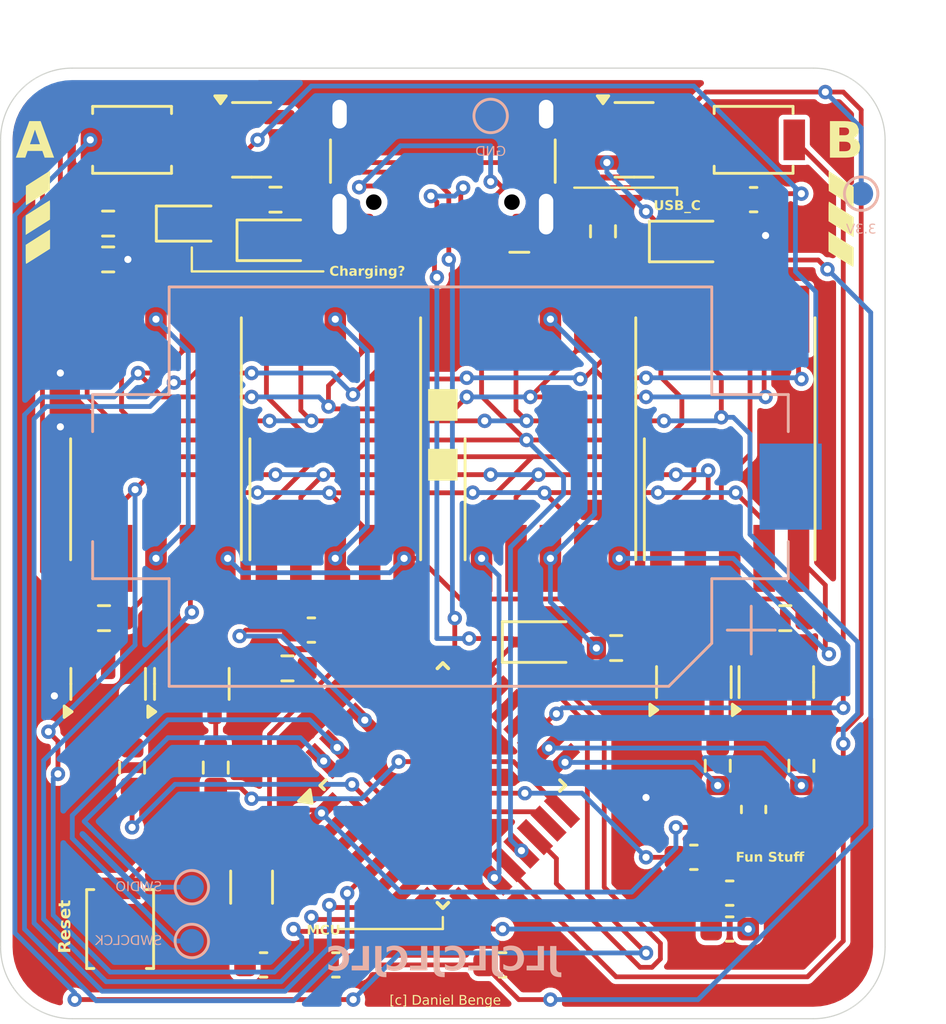
<source format=kicad_pcb>
(kicad_pcb (version 20240108) (generator "pcbnew") (generator_version "8.0")
  (layers (0 "F.Cu" signal) (31 "B.Cu" signal) (34 "B.Paste" user) (35 "F.Paste" user) (36 "B.SilkS" user "B.Silkscreen") (37 "F.SilkS" user "F.Silkscreen") (38 "B.Mask" user) (39 "F.Mask" user) (44 "Edge.Cuts" user))
  (net 0 "")
  (net 1 "Net-(BT1-+)")
  (net 2 "Net-(U7-VDDCORE)")
  (net 3 "+5V")
  (net 4 "TP_3.3V")
  (net 5 "Net-(U7-VDDIN)")
  (net 6 "Net-(U7-VDDANA)")
  (net 7 "A0")
  (net 8 "A1")
  (net 9 "D+")
  (net 10 "D-")
  (net 11 "Net-(D3-K)")
  (net 12 "Net-(D76-A)")
  (net 13 "Net-(J1-CC2)")
  (net 14 "Net-(J1-CC1)")
  (net 15 "Net-(Q1-B)")
  (net 16 "DIG1")
  (net 17 "DIG2")
  (net 18 "Net-(Q2-B)")
  (net 19 "Net-(Q3-B)")
  (net 20 "DIG3")
  (net 21 "DIG4")
  (net 22 "Net-(Q4-B)")
  (net 23 "Net-(U1-PROG)")
  (net 24 "Net-(U1-STAT)")
  (net 25 "A")
  (net 26 "SEL-D2")
  (net 27 "SEL-D3")
  (net 28 "SEL-D1")
  (net 29 "SEL-D4")
  (net 30 "B")
  (net 31 "C")
  (net 32 "D")
  (net 33 "E")
  (net 34 "F")
  (net 35 "G")
  (net 36 "DP")
  (net 37 "Btn2")
  (net 38 "Btn1")
  (net 44 "TP_SWDIO")
  (net 46 "TP_SWDCLK")
  (net 48 "Net-(Dig1-CA-Pad3)")
  (net 49 "Net-(Dig2-CA-Pad3)")
  (net 50 "Net-(Dig3-CA-Pad3)")
  (net 51 "Net-(Dig4-CA-Pad3)")
  (net 52 "GND")
  (net 53 "Net-(U7-~{RESET})")
  (footprint "Capacitor_SMD:C_0603_1608Metric" (layer "F.Cu") (at 189.5 116 180)
    (property "Reference" "C6")
    (property "Value" "1uF")
  )
  (footprint "Display_7Segment:KCSC02-105" (layer "F.Cu") (at 189.5 95.5 90)
    (property "Reference" "Dig4")
    (property "Value" "KCSA02-105")
  )
  (footprint "Crystal:Crystal_SMD_3215-2Pin_3.2x1.5mm" (layer "F.Cu") (at 169.5 114.25 90)
    (property "Reference" "Y2")
    (property "Value" "32768Hz")
  )
  (footprint "LOGO" (layer "F.Cu") (at 160.55 86.25)
    (property "Reference" "G1" (hide yes))
    (property "Value" "LOGO" (hide yes))
  )
  (footprint "Capacitor_SMD:C_0603_1608Metric" (layer "F.Cu") (at 172 103.5)
    (property "Reference" "C1")
    (property "Value" "1uF")
  )
  (footprint "Connector_USB:USB_C_Receptacle_HCTL_HC-TYPE-C-16P-01A" (layer "F.Cu") (at 177.5 83 180)
    (property "Reference" "J1")
    (property "Value" "USB_C_Receptacle_USB2.0_14P")
  )
  (footprint "Package_TO_SOT_SMD:SOT-23-5" (layer "F.Cu") (at 185.5 83)
    (property "Reference" "U3")
    (property "Value" "AP2112K-3.3")
  )
  (footprint "Capacitor_SMD:C_0603_1608Metric" (layer "F.Cu") (at 190.5 111 -90)
    (property "Reference" "C9")
    (property "Value" "10pF")
  )
  (footprint "LOGO" (layer "F.Cu") (at 194.15 86.3)
    (property "Reference" "graphic2" (hide yes))
    (property "Value" "LOGO" (hide yes))
  )
  (footprint "Resistor_SMD:R_0603_1608Metric" (layer "F.Cu") (at 164.5 109.25 90)
    (property "Reference" "R8")
    (property "Value" "1k")
  )
  (footprint "Resistor_SMD:R_0603_1608Metric" (layer "F.Cu") (at 168 109.25 90)
    (property "Reference" "R6")
    (property "Value" "1k")
  )
  (footprint "Resistor_SMD:R_0603_1608Metric" (layer "F.Cu") (at 163.325 103)
    (property "Reference" "R5")
    (property "Value" "150")
  )
  (footprint "Capacitor_SMD:C_0603_1608Metric" (layer "F.Cu") (at 170 117.5)
    (property "Reference" "C10")
    (property "Value" "10pF")
  )
  (footprint "Package_QFP:TQFP-32_7x7mm_P0.8mm" (layer "F.Cu") (at 177.5 110 45)
    (property "Reference" "U7")
    (property "Value" "ATSAMD21E18A-A")
  )
  (footprint "Button_Switch_SMD:SW_SPST_B3U-1000P" (layer "F.Cu") (at 190.5 83)
    (property "Reference" "SW4")
    (property "Value" "SW_Push")
  )
  (footprint "Capacitor_SMD:C_0603_1608Metric" (layer "F.Cu") (at 189.5 114.5)
    (property "Reference" "C4")
    (property "Value" "4.7µF")
  )
  (footprint "Resistor_SMD:R_0603_1608Metric" (layer "F.Cu") (at 189 109.175 90)
    (property "Reference" "R7")
    (property "Value" "1k")
  )
  (footprint "Capacitor_SMD:C_0603_1608Metric" (layer "F.Cu") (at 188 113)
    (property "Reference" "C5")
    (property "Value" "1uF")
  )
  (footprint "Button_Switch_SMD:SW_SPST_B3U-1000P" (layer "F.Cu") (at 164 116 90)
    (property "Reference" "SW1")
    (property "Value" "SW_Push")
  )
  (footprint "Capacitor_SMD:C_0603_1608Metric" (layer "F.Cu") (at 173.025 117.5)
    (property "Reference" "C7")
    (property "Value" "1u")
  )
  (footprint "Package_TO_SOT_SMD:SOT-23" (layer "F.Cu") (at 188 105.675 90)
    (property "Reference" "Q3")
    (property "Value" "2N3904")
  )
  (footprint "Resistor_SMD:R_0603_1608Metric" (layer "F.Cu") (at 184.75 104.25 180)
    (property "Reference" "R11")
    (property "Value" "150")
  )
  (footprint "Display_7Segment:KCSC02-105" (layer "F.Cu") (at 165.5 95.5 90)
    (property "Reference" "Dig1")
    (property "Value" "KCSA02-105")
  )
  (footprint "Package_TO_SOT_SMD:SOT-23" (layer "F.Cu") (at 191.45 105.675 90)
    (property "Reference" "Q4")
    (property "Value" "2N3904")
  )
  (footprint "Resistor_SMD:R_0603_1608Metric" (layer "F.Cu") (at 170.5 85.5 180)
    (property "Reference" "R3")
    (property "Value" "5.1k")
  )
  (footprint "Diode_SMD:D_SOD-323" (layer "F.Cu") (at 187.75 87.25)
    (property "Reference" "D76")
    (property "Value" "D_Schottky_Small")
  )
  (footprint "Resistor_SMD:R_0603_1608Metric" (layer "F.Cu") (at 191.825 103)
    (property "Reference" "R12")
    (property "Value" "150")
  )
  (footprint "Package_TO_SOT_SMD:SOT-23" (layer "F.Cu") (at 167 105.75 90)
    (property "Reference" "Q2")
    (property "Value" "2N3904")
  )
  (footprint "Package_TO_SOT_SMD:SOT-23-5" (layer "F.Cu") (at 169.5 83)
    (property "Reference" "U1")
    (property "Value" "MCP73831-2-OT")
  )
  (footprint "Display_7Segment:KCSC02-105" (layer "F.Cu") (at 182 95.5 90)
    (property "Reference" "Dig3")
    (property "Value" "KCSA02-105")
  )
  (footprint "Button_Switch_SMD:SW_SPST_B3U-1000P" (layer "F.Cu") (at 164.5 83 180)
    (property "Reference" "SW3")
    (property "Value" "SW_Push")
  )
  (footprint "Resistor_SMD:R_0603_1608Metric" (layer "F.Cu") (at 192.5 109.175 90)
    (property "Reference" "R9")
    (property "Value" "1k")
  )
  (footprint "Resistor_SMD:R_0603_1608Metric" (layer "F.Cu") (at 163.5 88)
    (property "Reference" "R1")
    (property "Value" "27k")
  )
  (footprint "Diode_SMD:D_SOD-323" (layer "F.Cu") (at 181.6 104)
    (property "Reference" "D2")
    (property "Value" "D")
  )
  (footprint "Display_7Segment:KCSC02-105" (layer "F.Cu") (at 173 95.5 90)
    (property "Reference" "Dig2")
    (property "Value" "KCSA02-105")
  )
  (footprint "Resistor_SMD:R_0603_1608Metric" (layer "F.Cu") (at 163.5 86.5)
    (property "Reference" "R4")
    (property "Value" "220")
  )
  (footprint "Capacitor_SMD:C_0603_1608Metric" (layer "F.Cu") (at 180 117.5)
    (property "Reference" "C2")
    (property "Value" "4.7µF")
  )
  (footprint "Diode_SMD:D_SOD-323" (layer "F.Cu") (at 170.5 87.2)
    (property "Reference" "D1")
    (property "Value" "D")
  )
  (footprint "Capacitor_SMD:C_0603_1608Metric" (layer "F.Cu") (at 190.5 85.5)
    (property "Reference" "C8")
    (property "Value" "4.7u")
  )
  (footprint "LED_SMD:LED_0603_1608Metric" (layer "F.Cu") (at 167 86.5)
    (property "Reference" "D3")
    (property "Value" "LED")
  )
  (footprint "Resistor_SMD:R_0603_1608Metric" (layer "F.Cu") (at 171 105.1)
    (property "Reference" "R10")
    (property "Value" "150")
  )
  (footprint "Resistor_SMD:R_0603_1608Metric" (layer "F.Cu") (at 184.2 86.825 90)
    (property "Reference" "R2")
    (property "Value" "5.1k")
  )
  (footprint "Package_TO_SOT_SMD:SOT-23" (layer "F.Cu") (at 163.5 105.75 90)
    (property "Reference" "Q1")
    (property "Value" "2N3904")
  )
  (footprint "TestPoint:TestPoint_Pad_D1.0mm" (layer "B.Cu") (at 195 85.25 180)
    (property "Reference" "TP1")
    (property "Value" "TestPoint")
  )
  (footprint "Battery:BatteryHolder_Keystone_1060_1x2032" (layer "B.Cu") (at 177.4 97.5 180)
    (property "Reference" "BT1")
    (property "Value" "Battery_Cell")
  )
  (footprint "TestPoint:TestPoint_Pad_D1.0mm" (layer "B.Cu") (at 167 116.5 180)
    (property "Reference" "TP4")
    (property "Value" "TestPoint")
  )
  (footprint "TestPoint:TestPoint_Pad_D1.0mm" (layer "B.Cu") (at 179.5 82 180)
    (property "Reference" "TP2")
    (property "Value" "TestPoint")
  )
  (footprint "TestPoint:TestPoint_Pad_D1.0mm" (layer "B.Cu") (at 167 114.25 180)
    (property "Reference" "TP3")
    (property "Value" "TestPoint")
  )
  (gr_line (start 183 85) (end 187.3 85) (stroke (width 0.1)) (layer "F.SilkS"))
  (gr_line (start 167 88.5) (end 172.5 88.5) (stroke (width 0.1)) (layer "F.SilkS"))
  (gr_line (start 187.3 85) (end 187.3 85.3) (stroke (width 0.1)) (layer "F.SilkS"))
  (gr_line (start 177.5 116) (end 173.2 116) (stroke (width 0.1)) (layer "F.SilkS"))
  (gr_line (start 167 87.5) (end 167 88.5) (stroke (width 0.1)) (layer "F.SilkS"))
  (gr_line (start 177.5 115.5) (end 177.5 116) (stroke (width 0.1)) (layer "F.SilkS"))
  (gr_line (start 193 80) (end 162 80) (stroke (width 0.05)) (layer "Edge.Cuts"))
  (gr_arc (start 193 80) (mid 195.12132 80.87868) (end 196 83) (stroke (width 0.05)) (layer "Edge.Cuts"))
  (gr_line (start 196 116.75) (end 196 83) (stroke (width 0.05)) (layer "Edge.Cuts"))
  (gr_arc (start 162 119.75) (mid 159.87868 118.87132) (end 159 116.75) (stroke (width 0.05)) (layer "Edge.Cuts"))
  (gr_arc (start 159 83) (mid 159.87868 80.87868) (end 162 80) (stroke (width 0.05)) (layer "Edge.Cuts"))
  (gr_line (start 162 119.75) (end 193 119.75) (stroke (width 0.05)) (layer "Edge.Cuts"))
  (gr_line (start 159 83) (end 159 116.75) (stroke (width 0.05)) (layer "Edge.Cuts"))
  (gr_arc (start 196 116.75) (mid 195.12132 118.87132) (end 193 119.75) (stroke (width 0.05)) (layer "Edge.Cuts"))
  (gr_text "JLCJLCJLCJLC" (at 177.5 117.9 0) (layer "B.SilkS") (effects (font (size 1 1) (thickness 0.1)) (justify bottom mirror)))
  (gr_text "GND" (at 179.5 83.5 0) (layer "B.SilkS") (effects (font (size 0.4 0.4) (thickness 0.1)) (justify mirror)))
  (gr_text "3.3V" (at 195 86.75 0) (layer "B.SilkS") (effects (font (size 0.4 0.4) (thickness 0.1)) (justify mirror)))
  (gr_text "SWDIO" (at 165.75 114.25 0) (layer "B.SilkS") (effects (font (size 0.4 0.4) (thickness 0.1)) (justify left mirror)))
  (gr_text "SWDCLCK\n" (at 165.75 116.5 0) (layer "B.SilkS") (effects (font (size 0.4 0.4) (thickness 0.1)) (justify left mirror)))
  (gr_text "A" (at 161.25 84 0) (layer "F.SilkS") (effects (font (size 1.5 1.5) (thickness 0.3) (bold yes)) (justify left bottom mirror)))
  (gr_text "MCU" (at 171.8 116.3 0) (layer "F.SilkS") (effects (font (size 0.4 0.4) (thickness 0.1) (bold yes)) (justify left bottom)))
  (gr_text ":" (at 177.5 98.1 0) (layer "F.SilkS") (effects (font (size 5 5) (thickness 0.2) (bold yes)) (justify bottom)))
  (gr_text "Reset" (at 162 115.9 90) (layer "F.SilkS") (effects (font (size 0.5 0.5) (thickness 0.1125) (bold yes)) (justify bottom)))
  (gr_text "Charging?" (at 172.75 88.75 0) (layer "F.SilkS") (effects (font (size 0.4 0.4) (thickness 0.08) (bold yes)) (justify left bottom)))
  (gr_text "Fun Stuff" (at 189.75 113.25 0) (layer "F.SilkS") (effects (font (size 0.4 0.4) (thickness 0.1) (bold yes)) (justify left bottom)))
  (gr_text "[c] Daniel Benge" (at 177.6 119 0) (layer "F.SilkS") (effects (font (size 0.4 0.4) (thickness 0.1))))
  (gr_text "B" (at 193.5 84 0) (layer "F.SilkS") (effects (font (size 1.5 1.5) (thickness 0.3) (bold yes)) (justify left bottom)))
  (gr_text "USB_C" (at 187.3 86 0) (layer "F.SilkS") (effects (font (size 0.4 0.4) (thickness 0.08) (bold yes)) (justify bottom)))
  (segment (start 192.5 85.25) (end 191.525 85.25) (width 0.2) (layer "F.Cu") (net 1))
  (segment (start 168.3625 83.95) (end 168.8 83.95) (width 0.2) (layer "F.Cu") (net 1))
  (segment (start 191.525 85.25) (end 191.275 85.5) (width 0.2) (layer "F.Cu") (net 1))
  (segment (start 168.8 83.95) (end 169.75 83) (width 0.2) (layer "F.Cu") (net 1))
  (via (at 169.75 83) (size 0.6) (drill 0.3) (layers "F.Cu" "B.Cu") (net 1))
  (via (at 192.5 85.25) (size 0.6) (drill 0.3) (layers "F.Cu" "B.Cu") (net 1))
  (segment (start 193.1 89.35) (end 193.1 96.45) (width 0.2) (layer "B.Cu") (net 1))
  (segment (start 191 83.75) (end 192.25 85) (width 0.2) (layer "B.Cu") (net 1))
  (segment (start 191 83.75) (end 192.5 85.25) (width 0.2) (layer "B.Cu") (net 1))
  (segment (start 192.25 88.5) (end 193.1 89.35) (width 0.2) (layer "B.Cu") (net 1))
  (segment (start 188 80.75) (end 191 83.75) (width 0.2) (layer "B.Cu") (net 1))
  (segment (start 169.75 83) (end 172 80.75) (width 0.2) (layer "B.Cu") (net 1))
  (segment (start 193.1 96.45) (end 192.05 97.5) (width 0.2) (layer "B.Cu") (net 1))
  (segment (start 172 80.75) (end 188 80.75) (width 0.2) (layer "B.Cu") (net 1))
  (segment (start 192.25 85) (end 192.25 88.5) (width 0.2) (layer "B.Cu") (net 1))
  (segment (start 169.25 103.5) (end 169 103.75) (width 0.2) (layer "F.Cu") (net 2))
  (segment (start 171.225 103.5) (end 169.25 103.5) (width 0.2) (layer "F.Cu") (net 2))
  (via (at 174.234835 107.265165) (size 0.6) (drill 0.3) (layers "F.Cu" "B.Cu") (net 2))
  (via (at 169 103.75) (size 0.6) (drill 0.3) (layers "F.Cu" "B.Cu") (net 2))
  (segment (start 174.25 107.25) (end 174.234835 107.265165) (width 0.2) (layer "B.Cu") (net 2))
  (segment (start 169 103.75) (end 170.75 103.75) (width 0.2) (layer "B.Cu") (net 2))
  (segment (start 170.75 103.75) (end 174.25 107.25) (width 0.2) (layer "B.Cu") (net 2))
  (segment (start 186.7 86.7) (end 186 86) (width 0.2) (layer "F.Cu") (net 3))
  (segment (start 185.3 83.95) (end 184.3625 83.95) (width 0.2) (layer "F.Cu") (net 3))
  (segment (start 193.589265 88.410735) (end 193.20353 88.025) (width 0.2) (layer "F.Cu") (net 3))
  (segment (start 184.3625 82.05) (end 185.024999 82.05) (width 0.2) (layer "F.Cu") (net 3))
  (segment (start 193.20353 88.025) (end 187.475 88.025) (width 0.2) (layer "F.Cu") (net 3))
  (segment (start 185.024999 82.05) (end 185.325 82.350001) (width 0.2) (layer "F.Cu") (net 3))
  (segment (start 186.7 87.25) (end 186.7 86.7) (width 0.2) (layer "F.Cu") (net 3))
  (segment (start 170.6375 83.95) (end 181.5 83.95) (width 0.2) (layer "F.Cu") (net 3))
  (segment (start 185.325 83.925) (end 185.3 83.95) (width 0.2) (layer "F.Cu") (net 3))
  (segment (start 182 118.95) (end 180.675 118.95) (width 0.2) (layer "F.Cu") (net 3))
  (segment (start 180.675 118.95) (end 179.225 117.5) (width 0.2) (layer "F.Cu") (net 3))
  (segment (start 185.325 82.350001) (end 185.325 83.925) (width 0.2) (layer "F.Cu") (net 3))
  (segment (start 187.475 88.025) (end 186.7 87.25) (width 0.2) (layer "F.Cu") (net 3))
  (segment (start 179.225 117.5) (end 173.8 117.5) (width 0.2) (layer "F.Cu") (net 3))
  (segment (start 181.5 83.95) (end 184.3625 83.95) (width 0.2) (layer "F.Cu") (net 3))
  (via (at 182 118.95) (size 0.6) (drill 0.3) (layers "F.Cu" "B.Cu") (net 3))
  (via (at 184.3625 83.95) (size 0.6) (drill 0.3) (layers "F.Cu" "B.Cu") (net 3))
  (via (at 193.589265 88.410735) (size 0.6) (drill 0.3) (layers "F.Cu" "B.Cu") (net 3))
  (via (at 186 86) (size 0.6) (drill 0.3) (layers "F.Cu" "B.Cu") (net 3))
  (segment (start 182 118.95) (end 188.173529 118.95) (width 0.2) (layer "B.Cu") (net 3))
  (segment (start 188.173529 118.95) (end 195.4 111.723529) (width 0.2) (layer "B.Cu") (net 3))
  (segment (start 184.3625 84.3625) (end 186 86) (width 0.2) (layer "B.Cu") (net 3))
  (segment (start 184.3625 83.95) (end 184.3625 84.3625) (width 0.2) (layer "B.Cu") (net 3))
  (segment (start 195.4 90.22147) (end 193.589265 88.410735) (width 0.2) (layer "B.Cu") (net 3))
  (segment (start 195.4 111.723529) (end 195.4 90.22147) (width 0.2) (layer "B.Cu") (net 3))
  (segment (start 188.5 81) (end 193.5 81) (width 0.2) (layer "F.Cu") (net 4))
  (segment (start 194.001471 107.65) (end 193.5 108.151471) (width 0.2) (layer "F.Cu") (net 4))
  (segment (start 193.5 110.187648) (end 190.687648 113) (width 0.2) (layer "F.Cu") (net 4))
  (segment (start 188.725 116) (end 188.725 114.5) (width 0.2) (layer "F.Cu") (net 4))
  (segment (start 195 107) (end 194.35 107.65) (width 0.2) (layer "F.Cu") (net 4))
  (segment (start 186.6375 82.05) (end 187.45 82.05) (width 0.2) (layer "F.Cu") (net 4))
  (segment (start 188.775 114.45) (end 188.725 114.5) (width 0.2) (layer "F.Cu") (net 4))
  (segment (start 195 81.75) (end 195 107) (width 0.2) (layer "F.Cu") (net 4))
  (segment (start 194.25 81) (end 195 81.75) (width 0.2) (layer "F.Cu") (net 4))
  (segment (start 193.5 108.151471) (end 193.5 110.187648) (width 0.2) (layer "F.Cu") (net 4))
  (segment (start 190.687648 113) (end 188.775 113) (width 0.2) (layer "F.Cu") (net 4))
  (segment (start 193.5 81) (end 194.25 81) (width 0.2) (layer "F.Cu") (net 4))
  (segment (start 194.35 107.65) (end 194.001471 107.65) (width 0.2) (layer "F.Cu") (net 4))
  (segment (start 188.775 113) (end 188.775 114.45) (width 0.2) (layer "F.Cu") (net 4))
  (segment (start 187.45 82.05) (end 188.5 81) (width 0.2) (layer "F.Cu") (net 4))
  (via (at 193.5 81) (size 0.6) (drill 0.3) (layers "F.Cu" "B.Cu") (net 4))
  (segment (start 195 85.25) (end 195 82.5) (width 0.2) (layer "B.Cu") (net 4))
  (segment (start 195 82.5) (end 193.5 81) (width 0.2) (layer "B.Cu") (net 4))
  (segment (start 174.819366 110.319366) (end 180.930634 110.319366) (width 0.2) (layer "F.Cu") (net 5))
  (segment (start 173.646268 108.161521) (end 174.300735 108.815988) (width 0.2) (layer "F.Cu") (net 5))
  (segment (start 174.300735 108.815988) (end 174.300735 109.800735) (width 0.2) (layer "F.Cu") (net 5))
  (segment (start 173.646268 107.843324) (end 173.646268 108.161521) (width 0.2) (layer "F.Cu") (net 5))
  (segment (start 186 113) (end 187.225 113) (width 0.2) (layer "F.Cu") (net 5))
  (segment (start 174.300735 109.800735) (end 174.819366 110.319366) (width 0.2) (layer "F.Cu") (net 5))
  (via (at 180.930634 110.319366) (size 0.6) (drill 0.3) (layers "F.Cu" "B.Cu") (net 5))
  (via (at 186 113) (size 0.6) (drill 0.3) (layers "F.Cu" "B.Cu") (net 5))
  (segment (start 180.930634 110.319366) (end 183.319366 110.319366) (width 0.2) (layer "B.Cu") (net 5))
  (segment (start 183.319366 110.319366) (end 186 113) (width 0.2) (layer "B.Cu") (net 5))
  (segment (start 178.525305 114.985103) (end 179.540202 116) (width 0.2) (layer "F.Cu") (net 6))
  (segment (start 179.540202 116) (end 180 116) (width 0.2) (layer "F.Cu") (net 6))
  (via (at 190.275 116) (size 0.6) (drill 0.3) (layers "F.Cu" "B.Cu") (net 6))
  (via (at 180 116) (size 0.6) (drill 0.3) (layers "F.Cu" "B.Cu") (net 6))
  (segment (start 180 116) (end 190.275 116) (width 0.2) (layer "B.Cu") (net 6))
  (segment (start 190.5 110.225) (end 188.975 111.75) (width 0.2) (layer "F.Cu") (net 7))
  (segment (start 171.474695 111.025305) (end 172.514897 111.025305) (width 0.2) (layer "F.Cu") (net 7))
  (segment (start 188.975 111.75) (end 187.25 111.75) (width 0.2) (layer "F.Cu") (net 7))
  (segment (start 169.5 113) (end 171.474695 111.025305) (width 0.2) (layer "F.Cu") (net 7))
  (via (at 187.25 111.75) (size 0.6) (drill 0.3) (layers "F.Cu" "B.Cu") (net 7))
  (via (at 172.424823 111.150734) (size 0.6) (drill 0.3) (layers "F.Cu" "B.Cu") (net 7))
  (segment (start 175.727821 114.453732) (end 172.424823 111.150734) (width 0.2) (layer "B.Cu") (net 7))
  (segment (start 185.394797 114.453732) (end 175.727821 114.453732) (width 0.2) (layer "B.Cu") (net 7))
  (segment (start 187.25 111.75) (end 187.25 112.598529) (width 0.2) (layer "B.Cu") (net 7))
  (segment (start 187.25 112.598529) (end 185.394797 114.453732) (width 0.2) (layer "B.Cu") (net 7))
  (segment (start 171.966978 112.704595) (end 173.080583 111.59099) (width 0.2) (layer "F.Cu") (net 8))
  (segment (start 169.5 115.5) (end 169.9 115.5) (width 0.2) (layer "F.Cu") (net 8))
  (segment (start 169.225 115.775) (end 169.225 117.5) (width 0.2) (layer "F.Cu") (net 8))
  (segment (start 169.5 115.5) (end 169.225 115.775) (width 0.2) (layer "F.Cu") (net 8))
  (segment (start 171.966978 113.433022) (end 171.966978 112.704595) (width 0.2) (layer "F.Cu") (net 8))
  (segment (start 169.9 115.5) (end 171.966978 113.433022) (width 0.2) (layer "F.Cu") (net 8))
  (segment (start 178 104.489592) (end 178.525305 105.014897) (width 0.2) (layer "F.Cu") (net 9))
  (segment (start 170.5 88.25) (end 176 88.25) (width 0.2) (layer "F.Cu") (net 9))
  (segment (start 178 103) (end 178 104.489592) (width 0.2) (layer "F.Cu") (net 9))
  (segment (start 176.4 85.65) (end 176.4 85.101471) (width 0.2) (layer "F.Cu") (net 9))
  (segment (start 176.751471 84.75) (end 177.248529 84.75) (width 0.2) (layer "F.Cu") (net 9))
  (segment (start 176.4 85.101471) (end 176.751471 84.75) (width 0.2) (layer "F.Cu") (net 9))
  (segment (start 177.248529 84.75) (end 177.75 85.251471) (width 0.2) (layer "F.Cu") (net 9))
  (segment (start 169.45 87.2) (end 170.5 88.25) (width 0.2) (layer "F.Cu") (net 9))
  (segment (start 176.75 87.5) (end 176.75 86.745) (width 0.2) (layer "F.Cu") (net 9))
  (segment (start 176.75 86.745) (end 176.75 86) (width 0.2) (layer "F.Cu") (net 9))
  (segment (start 176 88.25) (end 176.75 87.5) (width 0.2) (layer "F.Cu") (net 9))
  (segment (start 176.75 86) (end 176.4 85.65) (width 0.2) (layer "F.Cu") (net 9))
  (segment (start 177.75 88) (end 177.75 86.745) (width 0.2) (layer "F.Cu") (net 9))
  (segment (start 177.75 85.251471) (end 177.75 86.745) (width 0.2) (layer "F.Cu") (net 9))
  (via (at 177.75 88) (size 0.6) (drill 0.3) (layers "F.Cu" "B.Cu") (net 9))
  (via (at 178 103) (size 0.6) (drill 0.3) (layers "F.Cu" "B.Cu") (net 9))
  (segment (start 177.9 102.9) (end 177.9 88.15) (width 0.2) (layer "B.Cu") (net 9))
  (segment (start 178 103) (end 177.9 102.9) (width 0.2) (layer "B.Cu") (net 9))
  (segment (start 177.9 88.15) (end 177.75 88) (width 0.2) (layer "B.Cu") (net 9))
  (segment (start 177.25 85.6) (end 177 85.35) (width 0.2) (layer "F.Cu") (net 10))
  (segment (start 177.15 87.751471) (end 177.15 88.65) (width 0.2) (layer "F.Cu") (net 10))
  (segment (start 177.25 87.651471) (end 177.15 87.751471) (width 0.2) (layer "F.Cu") (net 10))
  (segment (start 178.25 85.1) (end 178.25 86.745) (width 0.2) (layer "F.Cu") (net 10))
  (segment (start 179.09099 105.45901) (end 179.09099 105.580583) (width 0.2) (layer "F.Cu") (net 10))
  (segment (start 177.15 88.65) (end 177.25 88.75) (width 0.2) (layer "F.Cu") (net 10))
  (segment (start 178.599999 103.852182) (end 180.402182 103.852182) (width 0.2) (layer "F.Cu") (net 10))
  (segment (start 177.25 86.745) (end 177.25 87.651471) (width 0.2) (layer "F.Cu") (net 10))
  (segment (start 177.25 86.745) (end 177.25 85.6) (width 0.2) (layer "F.Cu") (net 10))
  (segment (start 180.55 104) (end 179.09099 105.45901) (width 0.2) (layer "F.Cu") (net 10))
  (segment (start 180.402182 103.852182) (end 180.55 104) (width 0.2) (layer "F.Cu") (net 10))
  (segment (start 178.35 85) (end 178.25 85.1) (width 0.2) (layer "F.Cu") (net 10))
  (via (at 177.25 88.75) (size 0.6) (drill 0.3) (layers "F.Cu" "B.Cu") (net 10))
  (via (at 177 85.35) (size 0.6) (drill 0.3) (layers "F.Cu" "B.Cu") (net 10))
  (via (at 178.35 85) (size 0.6) (drill 0.3) (layers "F.Cu" "B.Cu") (net 10))
  (via (at 178.599999 103.852182) (size 0.6) (drill 0.3) (layers "F.Cu" "B.Cu") (net 10))
  (segment (start 177.25 103.852182) (end 177.25 88.75) (width 0.2) (layer "B.Cu") (net 10))
  (segment (start 177 85.35) (end 178 85.35) (width 0.2) (layer "B.Cu") (net 10))
  (segment (start 178.599999 103.852182) (end 177.25 103.852182) (width 0.2) (layer "B.Cu") (net 10))
  (segment (start 178 85.35) (end 178.35 85) (width 0.2) (layer "B.Cu") (net 10))
  (segment (start 166.2125 86.5) (end 164.325 86.5) (width 0.2) (layer "F.Cu") (net 11))
  (segment (start 174.047635 84.93) (end 173.99794 84.979695) (width 0.2) (layer "F.Cu") (net 12))
  (segment (start 179.715 86.56) (end 179.715 85.325406) (width 0.2) (layer "F.Cu") (net 12))
  (segment (start 175.1 86.745) (end 175.1 86.069594) (width 0.2) (layer "F.Cu") (net 12))
  (segment (start 180.285406 84.755) (end 182.755 84.755) (width 0.2) (layer "F.Cu") (net 12))
  (segment (start 179.75 84.75) (end 180.020203 85.020203) (width 0.2) (layer "F.Cu") (net 12))
  (segment (start 180.020203 85.020203) (end 180.285406 84.755) (width 0.2) (layer "F.Cu") (net 12))
  (segment (start 186.5375 85) (end 188.7875 87.25) (width 0.2) (layer "F.Cu") (net 12))
  (segment (start 179.715 85.325406) (end 180.020203 85.020203) (width 0.2) (layer "F.Cu") (net 12))
  (segment (start 179.9 86.745) (end 179.715 86.56) (width 0.2) (layer "F.Cu") (net 12))
  (segment (start 179.5 84.75) (end 179.75 84.75) (width 0.2) (layer "F.Cu") (net 12))
  (segment (start 175.285 85.325406) (end 174.889594 84.93) (width 0.2) (layer "F.Cu") (net 12))
  (segment (start 174.889594 84.93) (end 174.047635 84.93) (width 0.2) (layer "F.Cu") (net 12))
  (segment (start 183 85) (end 186.5375 85) (width 0.2) (layer "F.Cu") (net 12))
  (segment (start 175.1 86.069594) (end 175.285 85.884594) (width 0.2) (layer "F.Cu") (net 12))
  (segment (start 175.285 85.884594) (end 175.285 85.325406) (width 0.2) (layer "F.Cu") (net 12))
  (segment (start 188.7875 87.25) (end 188.8 87.25) (width 0.2) (layer "F.Cu") (net 12))
  (segment (start 182.755 84.755) (end 183 85) (width 0.2) (layer "F.Cu") (net 12))
  (via (at 179.5 84.75) (size 0.6) (drill 0.3) (layers "F.Cu" "B.Cu") (net 12))
  (via (at 173.99794 84.979695) (size 0.6) (drill 0.3) (layers "F.Cu" "B.Cu") (net 12))
  (segment (start 175.727635 83.25) (end 179.5 83.25) (width 0.2) (layer "B.Cu") (net 12))
  (segment (start 173.99794 84.979695) (end 175.727635 83.25) (width 0.2) (layer "B.Cu") (net 12))
  (segment (start 179.5 83.25) (end 179.5 84.75) (width 0.2) (layer "B.Cu") (net 12))
  (segment (start 172.475 84.35) (end 175.6 84.35) (width 0.2) (layer "F.Cu") (net 13))
  (segment (start 175.75 84.5) (end 175.75 86.745) (width 0.2) (layer "F.Cu") (net 13))
  (segment (start 171.325 85.5) (end 172.475 84.35) (width 0.2) (layer "F.Cu") (net 13))
  (segment (start 175.6 84.35) (end 175.75 84.5) (width 0.2) (layer "F.Cu") (net 13))
  (segment (start 178.75 86.745) (end 178.75 87.5) (width 0.2) (layer "F.Cu") (net 14))
  (segment (start 178.75 87.5) (end 179.5 88.25) (width 0.2) (layer "F.Cu") (net 14))
  (segment (start 179.5 88.25) (end 183 88.25) (width 0.2) (layer "F.Cu") (net 14))
  (segment (start 183 88.25) (end 183.6 87.65) (width 0.2) (layer "F.Cu") (net 14))
  (segment (start 183.6 87.65) (end 184.2 87.65) (width 0.2) (layer "F.Cu") (net 14))
  (segment (start 164.5 106.7375) (end 164.45 106.6875) (width 0.2) (layer "F.Cu") (net 15))
  (segment (start 164.5 108.425) (end 164.5 106.7375) (width 0.2) (layer "F.Cu") (net 15))
  (segment (start 163.5 104) (end 162.5 103) (width 0.2) (layer "F.Cu") (net 16))
  (segment (start 163.5 104.8125) (end 163.5 104) (width 0.2) (layer "F.Cu") (net 16))
  (segment (start 167 104.8125) (end 169.8875 104.8125) (width 0.2) (layer "F.Cu") (net 17))
  (segment (start 169.8875 104.8125) (end 170.175 105.1) (width 0.2) (layer "F.Cu") (net 17))
  (segment (start 168 108.425) (end 168 106.7375) (width 0.2) (layer "F.Cu") (net 18))
  (segment (start 168 106.7375) (end 167.95 106.6875) (width 0.2) (layer "F.Cu") (net 18))
  (segment (start 189 108.35) (end 189 106.6625) (width 0.2) (layer "F.Cu") (net 19))
  (segment (start 189 106.6625) (end 188.95 106.6125) (width 0.2) (layer "F.Cu") (net 19))
  (segment (start 188 104.7375) (end 187.5125 104.25) (width 0.2) (layer "F.Cu") (net 20))
  (segment (start 187.5125 104.25) (end 185.575 104.25) (width 0.2) (layer "F.Cu") (net 20))
  (segment (start 191 103) (end 191 104.2875) (width 0.2) (layer "F.Cu") (net 21))
  (segment (start 191 104.2875) (end 191.45 104.7375) (width 0.2) (layer "F.Cu") (net 21))
  (segment (start 192.5 106.7125) (end 192.4 106.6125) (width 0.2) (layer "F.Cu") (net 22))
  (segment (start 192.5 108.35) (end 192.5 106.7125) (width 0.2) (layer "F.Cu") (net 22))
  (segment (start 160.75 81.050047) (end 160.75 86.075) (width 0.2) (layer "F.Cu") (net 23))
  (segment (start 170.6375 82.05) (end 169.4375 80.85) (width 0.2) (layer "F.Cu") (net 23))
  (segment (start 160.950047 80.85) (end 160.75 81.050047) (width 0.2) (layer "F.Cu") (net 23))
  (segment (start 160.75 86.075) (end 162.675 88) (width 0.2) (layer "F.Cu") (net 23))
  (segment (start 169.4375 80.85) (end 160.950047 80.85) (width 0.2) (layer "F.Cu") (net 23))
  (segment (start 162.675 86.5) (end 161.5 85.325) (width 0.2) (layer "F.Cu") (net 24))
  (segment (start 161.5 81.25) (end 167.5625 81.25) (width 0.2) (layer "F.Cu") (net 24))
  (segment (start 161.5 85.325) (end 161.5 81.25) (width 0.2) (layer "F.Cu") (net 24))
  (segment (start 167.5625 81.25) (end 168.3625 82.05) (width 0.2) (layer "F.Cu") (net 24))
  (segment (start 172.715544 94.15) (end 172.815544 94.25) (width 0.2) (layer "F.Cu") (net 25))
  (segment (start 166.94 91.51) (end 166.94 90.5) (width 0.2) (layer "F.Cu") (net 25))
  (segment (start 173.5 114.5) (end 174.711953 113.288047) (width 0.2) (layer "F.Cu") (net 25))
  (segment (start 164.75 92.75) (end 165.75 93.75) (width 0.2) (layer "F.Cu") (net 25))
  (segment (start 181.16 93.75) (end 183.44 91.47) (width 0.2) (layer "F.Cu") (net 25))
  (segment (start 164.75 92.75) (end 165.7 92.75) (width 0.2) (layer "F.Cu") (net 25))
  (segment (start 178 94.25) (end 178.5 93.75) (width 0.2) (layer "F.Cu") (net 25))
  (segment (start 165.7 92.75) (end 166.94 91.51) (width 0.2) (layer "F.Cu") (net 25))
  (segment (start 174.44 91.56) (end 174.44 90.5) (width 0.2) (layer "F.Cu") (net 25))
  (segment (start 183.44 91.47) (end 183.44 90.5) (width 0.2) (layer "F.Cu") (net 25))
  (segment (start 190.94 93.69) (end 191 93.75) (width 0.2) (layer "F.Cu") (net 25))
  (segment (start 181.16 93.75) (end 186 93.75) (width 0.2) (layer "F.Cu") (net 25))
  (segment (start 172.715544 93.284456) (end 174.44 91.56) (width 0.2) (layer "F.Cu") (net 25))
  (segment (start 165.75 93.75) (end 169.5 93.75) (width 0.2) (layer "F.Cu") (net 25))
  (segment (start 174.711953 113.288047) (end 174.777639 113.288047) (width 0.2) (layer "F.Cu") (net 25))
  (segment (start 172.815544 94.25) (end 178 94.25) (width 0.2) (layer "F.Cu") (net 25))
  (segment (start 172.715544 94.15) (end 172.715544 93.284456) (width 0.2) (layer "F.Cu") (net 25))
  (segment (start 190.94 90.5) (end 190.94 93.69) (width 0.2) (layer "F.Cu") (net 25))
  (via (at 178.5 93.75) (size 0.6) (drill 0.3) (layers "F.Cu" "B.Cu") (net 25))
  (via (at 169.5 93.75) (size 0.6) (drill 0.3) (layers "F.Cu" "B.Cu") (net 25))
  (via (at 191 93.75) (size 0.6) (drill 0.3) (layers "F.Cu" "B.Cu") (net 25))
  (via (at 164.75 92.75) (size 0.6) (drill 0.3) (layers "F.Cu" "B.Cu") (net 25))
  (via (at 186 93.75) (size 0.6) (drill 0.3) (layers "F.Cu" "B.Cu") (net 25))
  (via (at 173.5 114.5) (size 0.6) (drill 0.3) (layers "F.Cu" "B.Cu") (net 25))
  (via (at 181.16 93.75) (size 0.6) (drill 0.3) (layers "F.Cu" "B.Cu") (net 25))
  (via (at 172.715544 94.15) (size 0.6) (drill 0.3) (layers "F.Cu" "B.Cu") (net 25))
  (segment (start 172.315544 93.75) (end 172.715544 94.15) (width 0.2) (layer "B.Cu") (net 25))
  (segment (start 163 119) (end 171.25 119) (width 0.2) (layer "B.Cu") (net 25))
  (segment (start 160.75 93.75) (end 160 94.5) (width 0.2) (layer "B.Cu") (net 25))
  (segment (start 160 94.5) (end 160 116) (width 0.2) (layer "B.Cu") (net 25))
  (segment (start 171.25 119) (end 173.5 116.75) (width 0.2) (layer "B.Cu") (net 25))
  (segment (start 178.5 93.75) (end 181.16 93.75) (width 0.2) (layer "B.Cu") (net 25))
  (segment (start 160 116) (end 163 119) (width 0.2) (layer "B.Cu") (net 25))
  (segment (start 163.75 93.75) (end 160.75 93.75) (width 0.2) (layer "B.Cu") (net 25))
  (segment (start 173.5 116.75) (end 173.5 114.5) (width 0.2) (layer "B.Cu") (net 25))
  (segment (start 186 93.75) (end 191 93.75) (width 0.2) (layer "B.Cu") (net 25))
  (segment (start 164.75 92.75) (end 163.75 93.75) (width 0.2) (layer "B.Cu") (net 25))
  (segment (start 169.5 93.75) (end 172.315544 93.75) (width 0.2) (layer "B.Cu") (net 25))
  (segment (start 168 110.075) (end 169.024265 110.075) (width 0.2) (layer "F.Cu") (net 26))
  (segment (start 169.024265 110.075) (end 169.5 110.550735) (width 0.2) (layer "F.Cu") (net 26))
  (segment (start 180.459797 108.999999) (end 182.485103 111.025305) (width 0.2) (layer "F.Cu") (net 26))
  (segment (start 175.651473 108.999999) (end 180.459797 108.999999) (width 0.2) (layer "F.Cu") (net 26))
  (via (at 169.5 110.550735) (size 0.6) (drill 0.3) (layers "F.Cu" "B.Cu") (net 26))
  (via (at 175.651473 108.999999) (size 0.6) (drill 0.3) (layers "F.Cu" "B.Cu") (net 26))
  (segment (start 175.651472 108.999999) (end 174.100736 110.550735) (width 0.2) (layer "B.Cu") (net 26))
  (segment (start 175.651473 108.999999) (end 175.651472 108.999999) (width 0.2) (layer "B.Cu") (net 26))
  (segment (start 174.100736 110.550735) (end 169.5 110.550735) (width 0.2) (layer "B.Cu") (net 26))
  (segment (start 182.485103 108.974695) (end 182.555071 108.974695) (width 0.2) (layer "F.Cu") (net 27))
  (segment (start 182.555071 108.974695) (end 182.612267 109.031891) (width 0.2) (layer "F.Cu") (net 27))
  (via (at 189 110) (size 0.6) (drill 0.3) (layers "F.Cu" "B.Cu") (net 27))
  (via (at 182.612267 109.031891) (size 0.6) (drill 0.3) (layers "F.Cu" "B.Cu") (net 27))
  (segment (start 182.612267 109.031891) (end 188.031891 109.031891) (width 0.2) (layer "B.Cu") (net 27))
  (segment (start 188.031891 109.031891) (end 189 110) (width 0.2) (layer "B.Cu") (net 27))
  (segment (start 181.919417 111.59099) (end 181.424963 111.096536) (width 0.2) (layer "F.Cu") (net 28))
  (segment (start 174.846536 111.096536) (end 173.700735 109.950735) (width 0.2) (layer "F.Cu") (net 28))
  (segment (start 181.424963 111.096536) (end 174.846536 111.096536) (width 0.2) (layer "F.Cu") (net 28))
  (segment (start 164.5 111.75) (end 164.5 110.075) (width 0.2) (layer "F.Cu") (net 28))
  (via (at 164.5 111.75) (size 0.6) (drill 0.3) (layers "F.Cu" "B.Cu") (net 28))
  (via (at 173.700735 109.950735) (size 0.6) (drill 0.3) (layers "F.Cu" "B.Cu") (net 28))
  (segment (start 166.299265 109.950735) (end 164.5 111.75) (width 0.2) (layer "B.Cu") (net 28))
  (segment (start 173.700735 109.950735) (end 166.299265 109.950735) (width 0.2) (layer "B.Cu") (net 28))
  (segment (start 181.919417 108.419417) (end 181.931891 108.431891) (width 0.2) (layer "F.Cu") (net 29))
  (segment (start 181.919417 108.40901) (end 181.919417 108.419417) (width 0.2) (layer "F.Cu") (net 29))
  (via (at 192.5 110) (size 0.6) (drill 0.3) (layers "F.Cu" "B.Cu") (net 29))
  (via (at 181.931891 108.431891) (size 0.6) (drill 0.3) (layers "F.Cu" "B.Cu") (net 29))
  (segment (start 181.931891 108.431891) (end 190.931891 108.431891) (width 0.2) (layer "B.Cu") (net 29))
  (segment (start 190.931891 108.431891) (end 192.5 110) (width 0.2) (layer "B.Cu") (net 29))
  (segment (start 166.25 93.15) (end 166.74 93.15) (width 0.2) (layer "F.Cu") (net 30))
  (segment (start 183.82 92.57) (end 184.88 91.51) (width 0.2) (layer "F.Cu") (net 30))
  (segment (start 192.38 92.88) (end 192.5 93) (width 0.2) (layer "F.Cu") (net 30))
  (segment (start 183.82 92.57) (end 184.199997 92.949997) (width 0.2) (layer "F.Cu") (net 30))
  (segment (start 173.74 93.65) (end 174.39 93) (width 0.2) (layer "F.Cu") (net 30))
  (segment (start 167.75 92.75) (end 169.5 92.75) (width 0.2) (layer "F.Cu") (net 30))
  (segment (start 168.38 91.51) (end 168.38 90.5) (width 0.2) (layer "F.Cu") (net 30))
  (segment (start 183.39 93) (end 183.82 92.57) (width 0.2) (layer "F.Cu") (net 30))
  (segment (start 172.85 115.1) (end 172.75 115) (width 0.2) (layer "F.Cu") (net 30))
  (segment (start 178.449997 93) (end 178.5 92.949997) (width 0.2) (layer "F.Cu") (net 30))
  (segment (start 167.445 92.445) (end 168.38 91.51) (width 0.2) (layer "F.Cu") (net 30))
  (segment (start 175.88 91.51) (end 175.88 90.5) (width 0.2) (layer "F.Cu") (net 30))
  (segment (start 173.74 93.65) (end 175.88 91.51) (width 0.2) (layer "F.Cu") (net 30))
  (segment (start 184.88 91.51) (end 184.88 90.5) (width 0.2) (layer "F.Cu") (net 30))
  (segment (start 192.38 90.5) (end 192.38 92.88) (width 0.2) (layer "F.Cu") (net 30))
  (segment (start 167.445 92.445) (end 167.75 92.75) (width 0.2) (layer "F.Cu") (net 30))
  (segment (start 175.343324 113.853732) (end 174.097056 115.1) (width 0.2) (layer "F.Cu") (net 30))
  (segment (start 184.199997 92.949997) (end 186 92.949997) (width 0.2) (layer "F.Cu") (net 30))
  (segment (start 166.74 93.15) (end 167.445 92.445) (width 0.2) (layer "F.Cu") (net 30))
  (segment (start 183.25 93) (end 183.39 93) (width 0.2) (layer "F.Cu") (net 30))
  (segment (start 174.39 93) (end 178.449997 93) (width 0.2) (layer "F.Cu") (net 30))
  (segment (start 174.097056 115.1) (end 172.85 115.1) (width 0.2) (layer "F.Cu") (net 30))
  (via (at 172.75 115) (size 0.6) (drill 0.3) (layers "F.Cu" "B.Cu") (net 30))
  (via (at 178.5 92.949997) (size 0.6) (drill 0.3) (layers "F.Cu" "B.Cu") (net 30))
  (via (at 192.5 93) (size 0.6) (drill 0.3) (layers "F.Cu" "B.Cu") (net 30))
  (via (at 183.25 93) (size 0.6) (drill 0.3) (layers "F.Cu" "B.Cu") (net 30))
  (via (at 173.74 93.65) (size 0.6) (drill 0.3) (layers "F.Cu" "B.Cu") (net 30))
  (via (at 186 92.949997) (size 0.6) (drill 0.3) (layers "F.Cu" "B.Cu") (net 30))
  (via (at 169.5 92.75) (size 0.6) (drill 0.3) (layers "F.Cu" "B.Cu") (net 30))
  (via (at 166.25 93.15) (size 0.6) (drill 0.3) (layers "F.Cu" "B.Cu") (net 30))
  (segment (start 160.915686 94.15) (end 160.4 94.665686) (width 0.2) (layer "B.Cu") (net 30))
  (segment (start 172.75 116.75) (end 172.75 115) (width 0.2) (layer "B.Cu") (net 30))
  (segment (start 172.84 92.75) (end 173.74 93.65) (width 0.2) (layer "B.Cu") (net 30))
  (segment (start 183.25 93) (end 183.199997 92.949997) (width 0.2) (layer "B.Cu") (net 30))
  (segment (start 170.9 118.6) (end 172.75 116.75) (width 0.2) (layer "B.Cu") (net 30))
  (segment (start 186 92.949997) (end 192.449997 92.949997) (width 0.2) (layer "B.Cu") (net 30))
  (segment (start 183.199997 92.949997) (end 178.5 92.949997) (width 0.2) (layer "B.Cu") (net 30))
  (segment (start 165.25 94.15) (end 160.915686 94.15) (width 0.2) (layer "B.Cu") (net 30))
  (segment (start 160.4 94.665686) (end 160.4 115.75) (width 0.2) (layer "B.Cu") (net 30))
  (segment (start 166.25 93.15) (end 166.4 93) (width 0.2) (layer "B.Cu") (net 30))
  (segment (start 166.25 93.15) (end 165.25 94.15) (width 0.2) (layer "B.Cu") (net 30))
  (segment (start 192.449997 92.949997) (end 192.5 93) (width 0.2) (layer "B.Cu") (net 30))
  (segment (start 163.25 118.6) (end 170.9 118.6) (width 0.2) (layer "B.Cu") (net 30))
  (segment (start 169.5 92.75) (end 172.84 92.75) (width 0.2) (layer "B.Cu") (net 30))
  (segment (start 160.4 115.75) (end 163.25 118.6) (width 0.2) (layer "B.Cu") (net 30))
  (segment (start 190.94 98.94) (end 190.94 100.5) (width 0.2) (layer "F.Cu") (net 31))
  (segment (start 174.728427 115.6) (end 172.1 115.6) (width 0.2) (layer "F.Cu") (net 31))
  (segment (start 174.44 100.5) (end 174.44 99.445966) (width 0.2) (layer "F.Cu") (net 31))
  (segment (start 189.75 97.75) (end 190.94 98.94) (width 0.2) (layer "F.Cu") (net 31))
  (segment (start 168.74 97.75) (end 169.75 97.75) (width 0.2) (layer "F.Cu") (net 31))
  (segment (start 166.94 100.5) (end 166.94 99.55) (width 0.2) (layer "F.Cu") (net 31))
  (segment (start 166.94 99.55) (end 168.74 97.75) (width 0.2) (layer "F.Cu") (net 31))
  (segment (start 181.761932 97.75) (end 186.5 97.75) (width 0.2) (layer "F.Cu") (net 31))
  (segment (start 175.90901 114.419417) (end 174.728427 115.6) (width 0.2) (layer "F.Cu") (net 31))
  (segment (start 183.44 99.445966) (end 181.752983 97.758949) (width 0.2) (layer "F.Cu") (net 31))
  (segment (start 181.752983 97.758949) (end 181.761932 97.75) (width 0.2) (layer "F.Cu") (net 31))
  (segment (start 167 102.75) (end 166.94 102.69) (width 0.2) (layer "F.Cu") (net 31))
  (segment (start 174.44 99.445966) (end 172.752983 97.758949) (width 0.2) (layer "F.Cu") (net 31))
  (segment (start 178.741051 97.758949) (end 178.75 97.75) (width 0.2) (layer "F.Cu") (net 31))
  (segment (start 183.44 100.5) (end 183.44 99.445966) (width 0.2) (layer "F.Cu") (net 31))
  (segment (start 172.752983 97.758949) (end 178.741051 97.758949) (width 0.2) (layer "F.Cu") (net 31))
  (segment (start 172.1 115.6) (end 172 115.5) (width 0.2) (layer "F.Cu") (net 31))
  (segment (start 166.94 102.69) (end 166.94 100.5) (width 0.2) (layer "F.Cu") (net 31))
  (via (at 189.75 97.75) (size 0.6) (drill 0.3) (layers "F.Cu" "B.Cu") (net 31))
  (via (at 178.75 97.75) (size 0.6) (drill 0.3) (layers "F.Cu" "B.Cu") (net 31))
  (via (at 181.752983 97.758949) (size 0.6) (drill 0.3) (layers "F.Cu" "B.Cu") (net 31))
  (via (at 186.5 97.75) (size 0.6) (drill 0.3) (layers "F.Cu" "B.Cu") (net 31))
  (via (at 167 102.75) (size 0.6) (drill 0.3) (layers "F.Cu" "B.Cu") (net 31))
  (via (at 172 115.5) (size 0.6) (drill 0.3) (layers "F.Cu" "B.Cu") (net 31))
  (via (at 169.75 97.75) (size 0.6) (drill 0.3) (layers "F.Cu" "B.Cu") (net 31))
  (via (at 172.752983 97.758949) (size 0.6) (drill 0.3) (layers "F.Cu" "B.Cu") (net 31))
  (segment (start 160.8 108.95) (end 167 102.75) (width 0.2) (layer "B.Cu") (net 31))
  (segment (start 172.744034 97.75) (end 172.752983 97.758949) (width 0.2) (layer "B.Cu") (net 31))
  (segment (start 186.5 97.75) (end 189.75 97.75) (width 0.2) (layer "B.Cu") (net 31))
  (segment (start 163.107843 117.892157) (end 160.8 115.584314) (width 0.2) (layer "B.Cu") (net 31))
  (segment (start 170.5 118.2) (end 163.415686 118.2) (width 0.2) (layer "B.Cu") (net 31))
  (segment (start 178.75 97.75) (end 181.744034 97.75) (width 0.2) (layer "B.Cu") (net 31))
  (segment (start 181.744034 97.75) (end 181.752983 97.758949) (width 0.2) (layer "B.Cu") (net 31))
  (segment (start 160.8 115.584314) (end 160.8 108.95) (width 0.2) (layer "B.Cu") (net 31))
  (segment (start 163.415686 118.2) (end 163.107843 117.892157) (width 0.2) (layer "B.Cu") (net 31))
  (segment (start 169.75 97.75) (end 172.744034 97.75) (width 0.2) (layer "B.Cu") (net 31))
  (segment (start 172 115.5) (end 172 116.934314) (width 0.2) (layer "B.Cu") (net 31))
  (segment (start 170.734314 118.2) (end 170.5 118.2) (width 0.2) (layer "B.Cu") (net 31))
  (segment (start 172 116.934314) (end 170.734314 118.2) (width 0.2) (layer "B.Cu") (net 31))
  (segment (start 161.4 108.15) (end 161 107.75) (width 0.2) (layer "F.Cu") (net 32))
  (segment (start 164.06 98.19) (end 164.625 97.625) (width 0.2) (layer "F.Cu") (net 32))
  (segment (start 180.56 97.94) (end 181.5 97) (width 0.2) (layer "F.Cu") (net 32))
  (segment (start 181.5 97) (end 187.25 97) (width 0.2) (layer "F.Cu") (net 32))
  (segment (start 161.4 109.513877) (end 161.4 108.15) (width 0.2) (layer "F.Cu") (net 32))
  (segment (start 165.25 97) (end 170.5 97) (width 0.2) (layer "F.Cu") (net 32))
  (segment (start 175.359798 116.1) (end 171.35 116.1) (width 0.2) (layer "F.Cu") (net 32))
  (segment (start 188.6 97.9) (end 188.06 98.44) (width 0.2) (layer "F.Cu") (net 32))
  (segment (start 188.6 96.825735) (end 188.6 97.9) (width 0.2) (layer "F.Cu") (net 32))
  (segment (start 164.625 97.625) (end 165.25 97) (width 0.2) (layer "F.Cu") (net 32))
  (segment (start 188.06 98.44) (end 188.06 100.5) (width 0.2) (layer "F.Cu") (net 32))
  (segment (start 180.56 100.5) (end 180.56 97.94) (width 0.2) (layer "F.Cu") (net 32))
  (segment (start 164.06 100.5) (end 164.06 98.19) (width 0.2) (layer "F.Cu") (net 32))
  (segment (start 171.56 97.94) (end 172.5 97) (width 0.2) (layer "F.Cu") (net 32))
  (segment (start 171.35 116.1) (end 171.25 116) (width 0.2) (layer "F.Cu") (net 32))
  (segment (start 172.5 97) (end 179.5 97) (width 0.2) (layer "F.Cu") (net 32))
  (segment (start 176.474695 114.985103) (end 175.359798 116.1) (width 0.2) (layer "F.Cu") (net 32))
  (segment (start 171.56 100.5) (end 171.56 97.94) (width 0.2) (layer "F.Cu") (net 32))
  (via (at 161.4 109.513877) (size 0.6) (drill 0.3) (layers "F.Cu" "B.Cu") (net 32))
  (via (at 187.25 97) (size 0.6) (drill 0.3) (layers "F.Cu" "B.Cu") (net 32))
  (via (at 188.6 96.825735) (size 0.6) (drill 0.3) (layers "F.Cu" "B.Cu") (net 32))
  (via (at 172.5 97) (size 0.6) (drill 0.3) (layers "F.Cu" "B.Cu") (net 32))
  (via (at 161 107.75) (size 0.6) (drill 0.3) (layers "F.Cu" "B.Cu") (net 32))
  (via (at 181.5 97) (size 0.6) (drill 0.3) (layers "F.Cu" "B.Cu") (net 32))
  (via (at 171.25 116) (size 0.6) (drill 0.3) (layers "F.Cu" "B.Cu") (net 32))
  (via (at 164.625 97.625) (size 0.6) (drill 0.3) (layers "F.Cu" "B.Cu") (net 32))
  (via (at 170.5 97) (size 0.6) (drill 0.3) (layers "F.Cu" "B.Cu") (net 32))
  (via (at 179.5 97) (size 0.6) (drill 0.3) (layers "F.Cu" "B.Cu") (net 32))
  (segment (start 171.6 116.35) (end 171.6 116.65) (width 0.2) (layer "B.Cu") (net 32))
  (segment (start 161 107.75) (end 164.625 104.125) (width 0.2) (layer "B.Cu") (net 32))
  (segment (start 188.425735 97) (end 188.6 96.825735) (width 0.2) (layer "B.Cu") (net 32))
  (segment (start 166.5 117.8) (end 163.581372 117.8) (width 0.2) (layer "B.Cu") (net 32))
  (segment (start 171.25 116) (end 171.6 116.35) (width 0.2) (layer "B.Cu") (net 32))
  (segment (start 170.45 117.8) (end 166.5 117.8) (width 0.2) (layer "B.Cu") (net 32))
  (segment (start 164.625 104.125) (end 164.625 97.625) (width 0.2) (layer "B.Cu") (net 32))
  (segment (start 187.25 97) (end 188.425735 97) (width 0.2) (layer "B.Cu") (net 32))
  (segment (start 171.6 116.65) (end 170.45 117.8) (width 0.2) (layer "B.Cu") (net 32))
  (segment (start 170.5 97) (end 172.5 97) (width 0.2) (layer "B.Cu") (net 32))
  (segment (start 161.2 109.713877) (end 161.4 109.513877) (width 0.2) (layer "B.Cu") (net 32))
  (segment (start 163.581372 117.8) (end 161.2 115.418628) (width 0.2) (layer "B.Cu") (net 32))
  (segment (start 161.2 115.418628) (end 161.2 109.713877) (width 0.2) (layer "B.Cu") (net 32))
  (segment (start 179.5 97) (end 181.5 97) (width 0.2) (layer "B.Cu") (net 32))
  (segment (start 181.25 96.25) (end 172.25 96.25) (width 0.2) (layer "F.Cu") (net 33))
  (segment (start 188 96.25) (end 181.25 96.25) (width 0.2) (layer "F.Cu") (net 33))
  (segment (start 181.25 96.25) (end 179.12 98.38) (width 0.2) (layer "F.Cu") (net 33))
  (segment (start 162.62 98.38) (end 164.5 96.5) (width 0.2) (layer "F.Cu") (net 33))
  (segment (start 164.75 96.25) (end 172.25 96.25) (width 0.2) (layer "F.Cu") (net 33))
  (segment (start 164.5 96.5) (end 164.75 96.25) (width 0.2) (layer "F.Cu") (net 33))
  (segment (start 170.12 100.5) (end 170.12 98.38) (width 0.2) (layer "F.Cu") (net 33))
  (segment (start 179.12 98.38) (end 179.12 100.5) (width 0.2) (layer "F.Cu") (net 33))
  (segment (start 162.62 100.5) (end 162.62 98.38) (width 0.2) (layer "F.Cu") (net 33))
  (segment (start 186.62 98.63) (end 188 97.25) (width 0.2) (layer "F.Cu") (net 33))
  (segment (start 170.12 98.38) (end 172.25 96.25) (width 0.2) (layer "F.Cu") (net 33))
  (segment (start 188 97.25) (end 188 96.25) (width 0.2) (layer "F.Cu") (net 33))
  (segment (start 186.62 100.5) (end 186.62 98.63) (width 0.2) (layer "F.Cu") (net 33))
  (via (at 179.12 100.5) (size 0.6) (drill 0.3) (layers "F.Cu" "B.Cu") (net 33))
  (via (at 179.656676 113.853732) (size 0.6) (drill 0.3) (layers "F.Cu" "B.Cu") (net 33))
  (segment (start 179.656676 113.853732) (end 179.851131 113.659277) (width 0.2) (layer "B.Cu") (net 33))
  (segment (start 179.851131 101.231131) (end 179.12 100.5) (width 0.2) (layer "B.Cu") (net 33))
  (segment (start 179.851131 113.659277) (end 179.851131 101.231131) (width 0.2) (layer "B.Cu") (net 33))
  (segment (start 189.149263 92.899263) (end 188.06 91.81) (width 0.2) (layer "F.Cu") (net 34))
  (segment (start 184.75 118) (end 180.222361 113.472361) (width 0.2) (layer "F.Cu") (net 34))
  (segment (start 171.56 94.31) (end 172 94.75) (width 0.2) (layer "F.Cu") (net 34))
  (segment (start 192.75 118) (end 184.75 118) (width 0.2) (layer "F.Cu") (net 34))
  (segment (start 164.06 94.31) (end 164.5 94.75) (width 0.2) (layer "F.Cu") (net 34))
  (segment (start 194.25 108.25) (end 194.25 116.5) (width 0.2) (layer "F.Cu") (net 34))
  (segment (start 180.222361 113.472361) (end 180.222361 113.288047) (width 0.2) (layer "F.Cu") (net 34))
  (segment (start 180.56 94.31) (end 181 94.75) (width 0.2) (layer "F.Cu") (net 34))
  (segment (start 188.06 91.81) (end 188.06 90.5) (width 0.2) (layer "F.Cu") (net 34))
  (segment (start 181 94.75) (end 186.75 94.75) (width 0.2) (layer "F.Cu") (net 34))
  (segment (start 164.06 90.5) (end 164.06 94.31) (width 0.2) (layer "F.Cu") (net 34))
  (segment (start 172 94.75) (end 179.25 94.75) (width 0.2) (layer "F.Cu") (net 34))
  (segment (start 171.56 90.5) (end 171.56 94.31) (width 0.2) (layer "F.Cu") (net 34))
  (segment (start 194.25 116.5) (end 192.75 118) (width 0.2) (layer "F.Cu") (net 34))
  (segment (start 164.5 94.75) (end 170.25 94.75) (width 0.2) (layer "F.Cu") (net 34))
  (segment (start 189.149263 94.600737) (end 189.149263 92.899263) (width 0.2) (layer "F.Cu") (net 34))
  (segment (start 180.56 90.5) (end 180.56 94.31) (width 0.2) (layer "F.Cu") (net 34))
  (via (at 181 94.75) (size 0.6) (drill 0.3) (layers "F.Cu" "B.Cu") (net 34))
  (via (at 172 94.75) (size 0.6) (drill 0.3) (layers "F.Cu" "B.Cu") (net 34))
  (via (at 179.25 94.75) (size 0.6) (drill 0.3) (layers "F.Cu" "B.Cu") (net 34))
  (via (at 186.75 94.75) (size 0.6) (drill 0.3) (layers "F.Cu" "B.Cu") (net 34))
  (via (at 170.25 94.75) (size 0.6) (drill 0.3) (layers "F.Cu" "B.Cu") (net 34))
  (via (at 194.25 108.25) (size 0.6) (drill 0.3) (layers "F.Cu" "B.Cu") (net 34))
  (via (at 189.149263 94.600737) (size 0.6) (drill 0.3) (layers "F.Cu" "B.Cu") (net 34))
  (segment (start 190.35 99.5) (end 190.35 95.301474) (width 0.2) (layer "B.Cu") (net 34))
  (segment (start 170.25 94.75) (end 172 94.75) (width 0.2) (layer "B.Cu") (net 34))
  (segment (start 189.649263 94.600737) (end 189.149263 94.600737) (width 0.2) (layer "B.Cu") (net 34))
  (segment (start 189 94.75) (end 189.149263 94.600737) (width 0.2) (layer "B.Cu") (net 34))
  (segment (start 194.85 106.998529) (end 194.85 104) (width 0.2) (layer "B.Cu") (net 34))
  (segment (start 186.75 94.75) (end 189 94.75) (width 0.2) (layer "B.Cu") (net 34))
  (segment (start 194.85 104) (end 190.35 99.5) (width 0.2) (layer "B.Cu") (net 34))
  (segment (start 194.25 107.598529) (end 194.85 106.998529) (width 0.2) (layer "B.Cu") (net 34))
  (segment (start 179.25 94.75) (end 181 94.75) (width 0.2) (layer "B.Cu") (net 34))
  (segment (start 190.35 95.301474) (end 189.649263 94.600737) (width 0.2) (layer "B.Cu") (net 34))
  (segment (start 194.25 108.25) (end 194.25 107.598529) (width 0.2) (layer "B.Cu") (net 34))
  (segment (start 171.951474 95.550003) (end 171.951022 95.549551) (width 0.2) (layer "F.Cu") (net 35))
  (segment (start 171.951474 95.550003) (end 170.12 93.718529) (width 0.2) (layer "F.Cu") (net 35))
  (segment (start 181 95.550003) (end 186.798526 95.550003) (width 0.2) (layer "F.Cu") (net 35))
  (segment (start 179.12 90.5) (end 179.12 93.718529) (width 0.2) (layer "F.Cu") (net 35))
  (segment (start 171.951022 95.549551) (end 164.52683 95.549551) (width 0.2) (layer "F.Cu") (net 35))
  (segment (start 171.951474 95.550003) (end 181 95.550003) (width 0.2) (layer "F.Cu") (net 35))
  (segment (start 164.451022 95.549551) (end 164.52683 95.549551) (width 0.2) (layer "F.Cu") (net 35))
  (segment (start 186.62 92.920003) (end 186.62 90.5) (width 0.2) (layer "F.Cu") (net 35))
  (segment (start 162.62 90.5) (end 162.62 93.718529) (width 0.2) (layer "F.Cu") (net 35))
  (segment (start 179.12 93.718529) (end 180.951474 95.550003) (width 0.2) (layer "F.Cu") (net 35))
  (segment (start 186.798526 95.550003) (end 187.5 94.848529) (width 0.2) (layer "F.Cu") (net 35))
  (segment (start 162.62 93.718529) (end 164.451022 95.549551) (width 0.2) (layer "F.Cu") (net 35))
  (segment (start 170.12 93.718529) (end 170.12 90.5) (width 0.2) (layer "F.Cu") (net 35))
  (segment (start 187.5 93.800003) (end 186.62 92.920003) (width 0.2) (layer "F.Cu") (net 35))
  (segment (start 187.5 94.848529) (end 187.5 93.800003) (width 0.2) (layer "F.Cu") (net 35))
  (segment (start 180.951474 95.550003) (end 181 95.550003) (width 0.2) (layer "F.Cu") (net 35))
  (via (at 181 95.550003) (size 0.6) (drill 0.3) (layers "F.Cu" "B.Cu") (net 35))
  (via (at 180.788047 112.722361) (size 0.6) (drill 0.3) (layers "F.Cu" "B.Cu") (net 35))
  (segment (start 182.550003 97.100006) (end 182.550003 97.810458) (width 0.2) (layer "B.Cu") (net 35))
  (segment (start 181 95.550003) (end 182.550003 97.100006) (width 0.2) (layer "B.Cu") (net 35))
  (segment (start 180.330634 100.029827) (end 180.330634 112.264948) (width 0.2) (layer "B.Cu") (net 35))
  (segment (start 180.330634 112.264948) (end 180.788047 112.722361) (width 0.2) (layer "B.Cu") (net 35))
  (segment (start 182.550003 97.810458) (end 180.330634 100.029827) (width 0.2) (layer "B.Cu") (net 35))
  (segment (start 168.38 100.5) (end 168.5 100.5) (width 0.2) (layer "F.Cu") (net 36))
  (segment (start 184.88 100.5) (end 184.88 100.75) (width 0.2) (layer "F.Cu") (net 36))
  (segment (start 178.23 102.2) (end 181.25 102.2) (width 0.2) (layer "F.Cu") (net 36))
  (segment (start 175.88 100.5) (end 176.53 100.5) (width 0.2) (layer "F.Cu") (net 36))
  (segment (start 181.25 104.585785) (end 184.25 107.585785) (width 0.2) (layer "F.Cu") (net 36))
  (segment (start 186.248529 117.6) (end 185.751471 117.6) (width 0.2) (layer "F.Cu") (net 36))
  (segment (start 182.25 113.052944) (end 181.353732 112.156676) (width 0.2) (layer "F.Cu") (net 36))
  (segment (start 193.5 101.62) (end 192.38 100.5) (width 0.2) (layer "F.Cu") (net 36))
  (segment (start 186.6 117.248529) (end 186.248529 117.6) (width 0.2) (layer "F.Cu") (net 36))
  (segment (start 181.25 102.2) (end 184.13 102.2) (width 0.2) (layer "F.Cu") (net 36))
  (segment (start 186.6 116.6) (end 186.6 117.248529) (width 0.2) (layer "F.Cu") (net 36))
  (segment (start 176.53 100.5) (end 178.23 102.2) (width 0.2) (layer "F.Cu") (net 36))
  (segment (start 184.13 102.2) (end 184.88 101.45) (width 0.2) (layer "F.Cu") (net 36))
  (segment (start 182.25 114.098529) (end 182.25 113.052944) (width 0.2) (layer "F.Cu") (net 36))
  (segment (start 184.25 114.25) (end 186.6 116.6) (width 0.2) (layer "F.Cu") (net 36))
  (segment (start 193.65 104.5) (end 193.5 104.35) (width 0.2) (layer "F.Cu") (net 36))
  (segment (start 181.25 102.2) (end 181.25 104.585785) (width 0.2) (layer "F.Cu") (net 36))
  (segment (start 193.5 104.35) (end 193.5 101.62) (width 0.2) (layer "F.Cu") (net 36))
  (segment (start 184.25 107.585785) (end 184.25 114.25) (width 0.2) (layer "F.Cu") (net 36))
  (segment (start 184.88 101.45) (end 184.88 100.5) (width 0.2) (layer "F.Cu") (net 36))
  (segment (start 185.751471 117.6) (end 182.25 114.098529) (width 0.2) (layer "F.Cu") (net 36))
  (via (at 184.88 100.5) (size 0.6) (drill 0.3) (layers "F.Cu" "B.Cu") (net 36))
  (via (at 168.5 100.5) (size 0.6) (drill 0.3) (layers "F.Cu" "B.Cu") (net 36))
  (via (at 175.88 100.5) (size 0.6) (drill 0.3) (layers "F.Cu" "B.Cu") (net 36))
  (via (at 193.65 104.5) (size 0.6) (drill 0.3) (layers "F.Cu" "B.Cu") (net 36))
  (segment (start 184.88 100.5) (end 189.65 100.5) (width 0.2) (layer "B.Cu") (net 36))
  (segment (start 189.65 100.5) (end 193.65 104.5) (width 0.2) (layer "B.Cu") (net 36))
  (segment (start 168.5 100.5) (end 169.1 101.1) (width 0.2) (layer "B.Cu") (net 36))
  (segment (start 169.1 101.1) (end 175.28 101.1) (width 0.2) (layer "B.Cu") (net 36))
  (segment (start 175.28 101.1) (end 175.88 100.5) (width 0.2) (layer "B.Cu") (net 36))
  (segment (start 162.8 83) (end 162.75 83) (width 0.2) (layer "F.Cu") (net 37))
  (segment (start 182.348529 106.25) (end 181.815686 106.25) (width 0.2) (layer "F.Cu") (net 37))
  (segment (start 183.545243 114.545243) (end 183.545243 107.446714) (width 0.2) (layer "F.Cu") (net 37))
  (segment (start 186 117) (end 183.545243 114.545243) (width 0.2) (layer "F.Cu") (net 37))
  (segment (start 181.815686 106.25) (end 180.788047 107.277639) (width 0.2) (layer "F.Cu") (net 37))
  (segment (start 162.101472 118.95) (end 173.75 118.95) (width 0.2) (layer "F.Cu") (net 37))
  (segment (start 183.545243 107.446714) (end 182.348529 106.25) (width 0.2) (layer "F.Cu") (net 37))
  (via (at 186 117) (size 0.6) (drill 0.3) (layers "F.Cu" "B.Cu") (net 37))
  (via (at 162.75 83) (size 0.6) (drill 0.3) (layers "F.Cu" "B.Cu") (net 37))
  (via (at 162.101472 118.95) (size 0.6) (drill 0.3) (layers "F.Cu" "B.Cu") (net 37))
  (via (at 173.75 118.95) (size 0.6) (drill 0.3) (layers "F.Cu" "B.Cu") (net 37))
  (segment (start 175.7 117) (end 186 117) (width 0.2) (layer "B.Cu") (net 37))
  (segment (start 159.6 86.15) (end 162.75 83) (width 0.2) (layer "B.Cu") (net 37))
  (segment (start 159.6 116.165686) (end 159.6 86.15) (width 0.2) (layer "B.Cu") (net 37))
  (segment (start 162.101472 118.95) (end 162.101472 118.667158) (width 0.2) (layer "B.Cu") (net 37))
  (segment (start 173.75 118.95) (end 175.7 117) (width 0.2) (layer "B.Cu") (net 37))
  (segment (start 162.101472 118.667158) (end 159.6 116.165686) (width 0.2) (layer "B.Cu") (net 37))
  (segment (start 194.25 85.05) (end 194.25 106.75) (width 0.2) (layer "F.Cu") (net 38))
  (segment (start 192.2 83) (end 194.25 85.05) (width 0.2) (layer "F.Cu") (net 38))
  (segment (start 182.25 107) (end 182.197056 107) (width 0.2) (layer "F.Cu") (net 38))
  (segment (start 182.197056 107) (end 181.353732 107.843324) (width 0.2) (layer "F.Cu") (net 38))
  (via (at 182.25 107) (size 0.6) (drill 0.3) (layers "F.Cu" "B.Cu") (net 38))
  (via (at 194.25 106.75) (size 0.6) (drill 0.3) (layers "F.Cu" "B.Cu") (net 38))
  (segment (start 182.5 106.75) (end 182.25 107) (width 0.2) (layer "B.Cu") (net 38))
  (segment (start 194.25 106.75) (end 182.5 106.75) (width 0.2) (layer "B.Cu") (net 38))
  (via (at 172.514897 108.974695) (size 0.6) (drill 0.3) (layers "F.Cu" "B.Cu") (net 44))
  (segment (start 172.514897 108.974695) (end 171.540202 108) (width 0.2) (layer "B.Cu") (net 44))
  (segment (start 165.25 114.25) (end 167 114.25) (width 0.2) (layer "B.Cu") (net 44))
  (segment (start 162.5 111.5) (end 165.25 114.25) (width 0.2) (layer "B.Cu") (net 44))
  (segment (start 166 108) (end 162.5 111.5) (width 0.2) (layer "B.Cu") (net 44))
  (segment (start 171.540202 108) (end 166 108) (width 0.2) (layer "B.Cu") (net 44))
  (via (at 173.080583 108.40901) (size 0.6) (drill 0.3) (layers "F.Cu" "B.Cu") (net 46))
  (segment (start 171.921573 107.25) (end 166 107.25) (width 0.2) (layer "B.Cu") (net 46))
  (segment (start 162 112.207106) (end 166.292894 116.5) (width 0.2) (layer "B.Cu") (net 46))
  (segment (start 166 107.25) (end 162 111.25) (width 0.2) (layer "B.Cu") (net 46))
  (segment (start 173.080583 108.40901) (end 171.921573 107.25) (width 0.2) (layer "B.Cu") (net 46))
  (segment (start 162 111.25) (end 162 112.207106) (width 0.2) (layer "B.Cu") (net 46))
  (segment (start 166.292894 116.5) (end 167 116.5) (width 0.2) (layer "B.Cu") (net 46))
  (segment (start 164.15 103) (end 165.5 101.65) (width 0.2) (layer "F.Cu") (net 48))
  (segment (start 160.75 89.8) (end 160.75 101.037648) (width 0.2) (layer "F.Cu") (net 48))
  (segment (start 161.937352 102.225) (end 163.375 102.225) (width 0.2) (layer "F.Cu") (net 48))
  (segment (start 165.5 89.615) (end 164.685 88.8) (width 0.2) (layer "F.Cu") (net 48))
  (segment (start 163.375 102.225) (end 164.15 103) (width 0.2) (layer "F.Cu") (net 48))
  (segment (start 161.75 88.8) (end 160.75 89.8) (width 0.2) (layer "F.Cu") (net 48))
  (segment (start 165.5 101.65) (end 165.5 100.5) (width 0.2) (layer "F.Cu") (net 48))
  (segment (start 160.75 101.037648) (end 161.937352 102.225) (width 0.2) (layer "F.Cu") (net 48))
  (segment (start 164.685 88.8) (end 161.75 88.8) (width 0.2) (layer "F.Cu") (net 48))
  (segment (start 165.5 90.5) (end 165.5 89.615) (width 0.2) (layer "F.Cu") (net 48))
  (via (at 165.5 100.5) (size 0.6) (drill 0.3) (layers "F.Cu" "B.Cu") (net 48))
  (via (at 165.5 90.5) (size 0.6) (drill 0.3) (layers "F.Cu" "B.Cu") (net 48))
  (segment (start 165.5 100.5) (end 166.85 99.15) (width 0.2) (layer "B.Cu") (net 48))
  (segment (start 166.85 99.15) (end 166.85 91.85) (width 0.2) (layer "B.Cu") (net 48))
  (segment (start 166.85 91.85) (end 165.5 90.5) (width 0.2) (layer "B.Cu") (net 48))
  (segment (start 172.812568 104.686128) (end 173.525 103.973696) (width 0.2) (layer "F.Cu") (net 49))
  (segment (start 173.525 101.025) (end 173 100.5) (width 0.2) (layer "F.Cu") (net 49))
  (segment (start 172.238872 104.686128) (end 172.812568 104.686128) (width 0.2) (layer "F.Cu") (net 49))
  (segment (start 171.825 105.1) (end 172.238872 104.686128) (width 0.2) (layer "F.Cu") (net 49))
  (segment (start 173.525 103.973696) (end 173.525 101.025) (width 0.2) (layer "F.Cu") (net 49))
  (via (at 173 90.5) (size 0.6) (drill 0.3) (layers "F.Cu" "B.Cu") (net 49))
  (via (at 173 100.5) (size 0.6) (drill 0.3) (layers "F.Cu" "B.Cu") (net 49))
  (segment (start 174.34 99.16) (end 174.34 91.84) (width 0.2) (layer "B.Cu") (net 49))
  (segment (start 174.34 91.84) (end 173 90.5) (width 0.2) (layer "B.Cu") (net 49))
  (segment (start 173 100.5) (end 174.34 99.16) (width 0.2) (layer "B.Cu") (net 49))
  (via (at 183.925 104.25) (size 0.6) (drill 0.3) (layers "F.Cu" "B.Cu") (net 50))
  (via (at 182 100.5) (size 0.6) (drill 0.3) (layers "F.Cu" "B.Cu") (net 50))
  (via (at 182 90.5) (size 0.6) (drill 0.3) (layers "F.Cu" "B.Cu") (net 50))
  (segment (start 183.85 92.35) (end 183.85 98.65) (width 0.2) (layer "B.Cu") (net 50))
  (segment (start 182 90.5) (end 183.85 92.35) (width 0.2) (layer "B.Cu") (net 50))
  (segment (start 182 100.5) (end 182 102.325) (width 0.2) (layer "B.Cu") (net 50))
  (segment (start 183.85 98.65) (end 182 100.5) (width 0.2) (layer "B.Cu") (net 50))
  (segment (start 182 102.325) (end 183.925 104.25) (width 0.2) (layer "B.Cu") (net 50))
  (segment (start 189.5 90.5) (end 189.5 91.45) (width 0.2) (layer "F.Cu") (net 51))
  (segment (start 189.15 100.15) (end 189.5 100.5) (width 0.2) (layer "F.Cu") (net 51))
  (segment (start 190.35 96.15) (end 189.15 97.35) (width 0.2) (layer "F.Cu") (net 51))
  (segment (start 190.35 92.3) (end 190.35 96.15) (width 0.2) (layer "F.Cu") (net 51))
  (segment (start 189.5 91.45) (end 190.35 92.3) (width 0.2) (layer "F.Cu") (net 51))
  (segment (start 192.65 103) (end 191.85 102.2) (width 0.2) (layer "F.Cu") (net 51))
  (segment (start 189.5 101.45) (end 189.5 100.5) (width 0.2) (layer "F.Cu") (net 51))
  (segment (start 191.85 102.2) (end 190.25 102.2) (width 0.2) (layer "F.Cu") (net 51))
  (segment (start 189.15 97.35) (end 189.15 100.15) (width 0.2) (layer "F.Cu") (net 51))
  (segment (start 190.25 102.2) (end 189.5 101.45) (width 0.2) (layer "F.Cu") (net 51))
  (segment (start 161.25 106.25) (end 162.1125 106.25) (width 0.2) (layer "F.Cu") (net 52))
  (segment (start 162.1125 106.25) (end 162.55 106.6875) (width 0.2) (layer "F.Cu") (net 52))
  (segment (start 161.5 95) (end 161.5 92.75) (width 0.2) (layer "F.Cu") (net 52))
  (via (at 161.25 106.25) (size 0.6) (drill 0.3) (layers "F.Cu" "B.Cu") (net 52))
  (via (at 161.5 95) (size 0.6) (drill 0.3) (layers "F.Cu" "B.Cu") (net 52))
  (via (at 161.5 92.75) (size 0.6) (drill 0.3) (layers "F.Cu" "B.Cu") (net 52))
  (via (at 164.325 88) (size 0.6) (drill 0.3) (layers "F.Cu" "B.Cu") (net 52))
  (via (at 191 87) (size 0.6) (drill 0.3) (layers "F.Cu" "B.Cu") (net 52))
  (via (at 186 110.5) (size 0.6) (drill 0.3) (layers "F.Cu" "B.Cu") (net 52))
  (segment (start 161.5 92.75) (end 161.5 90.75) (width 0.2) (layer "B.Cu") (net 52))
  (segment (start 164.25 88) (end 164.325 88) (width 0.2) (layer "B.Cu") (net 52))
  (segment (start 162.75 97.5) (end 162.75 104.75) (width 0.2) (layer "B.Cu") (net 52))
  (segment (start 162.75 104.75) (end 161.25 106.25) (width 0.2) (layer "B.Cu") (net 52))
  (segment (start 162.75 97.5) (end 161.5 96.25) (width 0.2) (layer "B.Cu") (net 52))
  (segment (start 161.5 96.25) (end 161.5 95) (width 0.2) (layer "B.Cu") (net 52))
  (segment (start 161.5 90.75) (end 164.25 88) (width 0.2) (layer "B.Cu") (net 52))
  (segment (start 164 114.3) (end 167.149265 111.150735) (width 0.2) (layer "F.Cu") (net 53))
  (segment (start 167.149265 111.150735) (end 170.099265 111.150735) (width 0.2) (layer "F.Cu") (net 53))
  (segment (start 170.25 111) (end 170.25 107.862648) (width 0.2) (layer "F.Cu") (net 53))
  (segment (start 170.25 107.862648) (end 173.02652 105.086128) (width 0.2) (layer "F.Cu") (net 53))
  (segment (start 170.099265 111.150735) (end 170.25 111) (width 0.2) (layer "F.Cu") (net 53))
  (segment (start 173.02652 105.086128) (end 175.414555 105.086128) (width 0.2) (layer "F.Cu") (net 53))
  (segment (start 175.414555 105.086128) (end 175.90901 105.580583) (width 0.2) (layer "F.Cu") (net 53))
  (zone (net 52) (net_name "GND") (layers "F&B.Cu") (name "GND") (connect_pads yes (clearance 0.2)) (min_thickness 0.25) (fill yes (thermal_gap 0.25) (thermal_bridge_width 0.5))
    (polygon (pts (xy 159.25 80) (xy 196.75 80) (xy 196.5 120) (xy 159 120)))
  )
)
</source>
